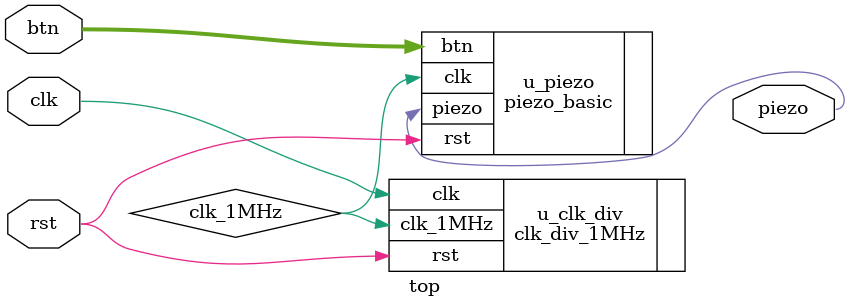
<source format=v>
module top(
    input clk,           // 100MHz ÀÔ·Â Å¬·°
    input rst,
    input [7:0] btn,
    output piezo
);

    wire clk_1MHz;

    // Å¬·° ¸¸µå´Â ¸ðµâ
    clk_div_1MHz u_clk_div (
        .clk(clk),
        .rst(rst),
        .clk_1MHz(clk_1MHz)
    );

    // ÇÇ¿¡Á¶ ¸ðµâ
    piezo_basic u_piezo (
        .clk(clk_1MHz),
        .rst(rst),
        .btn(btn),
        .piezo(piezo)
    );

endmodule

</source>
